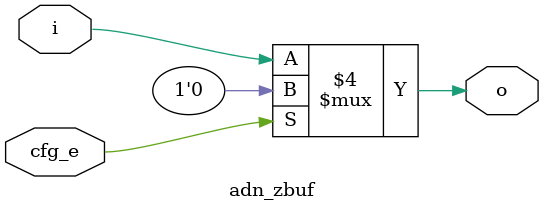
<source format=v>
module adn_zbuf (
    input wire [0:0] i,
    output reg [0:0] o,
    input wire [0:0] cfg_e
    );

    always @* begin
        if (~cfg_e)
            o   =   i;
        else
            o   =   1'b0;
    end

endmodule

</source>
